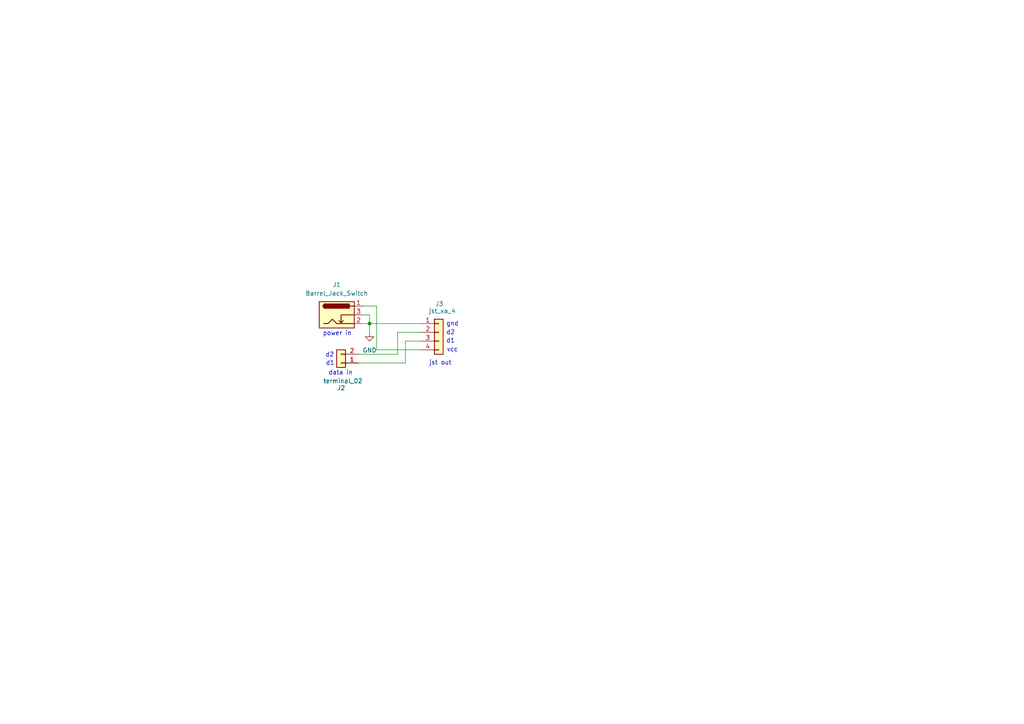
<source format=kicad_sch>
(kicad_sch (version 20230121) (generator eeschema)
  (paper "A4")
  (lib_symbols
    (symbol "Connector:Barrel_Jack_Switch" (pin_names hide)
      (property "Reference" "J" (at 0 5.334 0))
      (property "Value" "Barrel_Jack_Switch" (at 0 -5.08 0))
      (symbol "Barrel_Jack_Switch_0_1"
        (rectangle (start -5.08 3.81) (end 5.08 -3.81) (stroke (width 0.254)) (fill (type background)))
        (arc (start -3.302 3.175) (mid -3.9343 2.54) (end -3.302 1.905) (stroke (width 0.254)))
        (arc (start -3.302 3.175) (mid -3.9343 2.54) (end -3.302 1.905) (stroke (width 0.254)) (fill (type outline)))
        (polyline (pts (xy 1.27 -2.286) (xy 1.905 -1.651)) (stroke (width 0.254)))
        (polyline (pts (xy 5.08 2.54) (xy 3.81 2.54)) (stroke (width 0.254)))
        (polyline (pts (xy 5.08 0) (xy 1.27 0) (xy 1.27 -2.286) (xy 0.635 -1.651)) (stroke (width 0.254)))
        (polyline (pts (xy -3.81 -2.54) (xy -2.54 -2.54) (xy -1.27 -1.27) (xy 0 -2.54) (xy 2.54 -2.54) (xy 5.08 -2.54)) (stroke (width 0.254)))
        (rectangle (start 3.683 3.175) (end -3.302 1.905) (stroke (width 0.254)) (fill (type outline)))
      )
      (symbol "Barrel_Jack_Switch_1_1"
        (pin passive line (at 7.62 2.54 180) (length 2.54) (name "~") (number "1"))
        (pin passive line (at 7.62 -2.54 180) (length 2.54) (name "~") (number "2"))
        (pin passive line (at 7.62 0 180) (length 2.54) (name "~") (number "3"))
      )
    )
    (symbol "Connector_Generic:Conn_01x02" (pin_names (offset 1.016) hide)
      (property "Reference" "J" (at 0 2.54 0))
      (property "Value" "Conn_01x02" (at 0 -5.08 0))
      (symbol "Conn_01x02_1_1"
        (rectangle (start -1.27 -2.413) (end 0 -2.667) (stroke (width 0.1524)))
        (rectangle (start -1.27 0.127) (end 0 -0.127) (stroke (width 0.1524)))
        (rectangle (start -1.27 1.27) (end 1.27 -3.81) (stroke (width 0.254)) (fill (type background)))
        (pin passive line (at -5.08 0 0) (length 3.81) (name "Pin_1") (number "1"))
        (pin passive line (at -5.08 -2.54 0) (length 3.81) (name "Pin_2") (number "2"))
      )
    )
    (symbol "Connector_Generic:Conn_01x04" (pin_names (offset 1.016) hide)
      (property "Reference" "J" (at 0 5.08 0))
      (property "Value" "Conn_01x04" (at 0 -7.62 0))
      (symbol "Conn_01x04_1_1"
        (rectangle (start -1.27 -4.953) (end 0 -5.207) (stroke (width 0.1524)))
        (rectangle (start -1.27 -2.413) (end 0 -2.667) (stroke (width 0.1524)))
        (rectangle (start -1.27 0.127) (end 0 -0.127) (stroke (width 0.1524)))
        (rectangle (start -1.27 2.667) (end 0 2.413) (stroke (width 0.1524)))
        (rectangle (start -1.27 3.81) (end 1.27 -6.35) (stroke (width 0.254)) (fill (type background)))
        (pin passive line (at -5.08 2.54 0) (length 3.81) (name "Pin_1") (number "1"))
        (pin passive line (at -5.08 0 0) (length 3.81) (name "Pin_2") (number "2"))
        (pin passive line (at -5.08 -2.54 0) (length 3.81) (name "Pin_3") (number "3"))
        (pin passive line (at -5.08 -5.08 0) (length 3.81) (name "Pin_4") (number "4"))
      )
    )
    (symbol "power:GND" (power) (pin_names (offset 0))
      (property "Value" "GND" (at 0 -3.81 0))
      (symbol "GND_0_1"
        (polyline (pts (xy 0 0) (xy 0 -1.27) (xy 1.27 -1.27) (xy 0 -2.54) (xy -1.27 -1.27) (xy 0 -1.27)))
      )
      (symbol "GND_1_1"
        (pin power_in line (at 0 0 270) (length 0) hide (name "GND") (number "1"))
      )
    )
  )
  (junction (at 107.188 93.853))
  (wire (pts (xy 107.188 91.313) (xy 107.188 93.853)))
  (wire (pts (xy 107.188 93.853) (xy 122.174 93.853)))
  (wire (pts (xy 105.283 88.773) (xy 109.22 88.773)))
  (wire (pts (xy 109.22 88.773) (xy 109.22 101.473)))
  (wire (pts (xy 109.22 101.473) (xy 122.174 101.473)))
  (wire (pts (xy 115.316 102.743) (xy 115.316 96.393)))
  (wire (pts (xy 105.283 91.313) (xy 107.188 91.313)))
  (wire (pts (xy 104.013 105.283) (xy 117.602 105.283)))
  (wire (pts (xy 107.188 93.853) (xy 107.188 96.393)))
  (wire (pts (xy 115.316 96.393) (xy 122.174 96.393)))
  (wire (pts (xy 117.602 105.283) (xy 117.602 98.933)))
  (wire (pts (xy 117.602 98.933) (xy 122.174 98.933)))
  (wire (pts (xy 105.283 93.853) (xy 107.188 93.853)))
  (wire (pts (xy 104.013 102.743) (xy 115.316 102.743)))
  (text "jst out" (at 124.46 106.045 0) (effects (font (size 1.27 1.27)) (justify left bottom)))
  (text "d2" (at 94.361 103.759 0) (effects (font (size 1.27 1.27)) (justify left bottom)))
  (text "d1" (at 94.488 106.172 0) (effects (font (size 1.27 1.27)) (justify left bottom)))
  (text "vcc" (at 129.54 102.235 0) (effects (font (size 1.27 1.27)) (justify left bottom)))
  (text "data in" (at 95.25 108.966 0) (effects (font (size 1.27 1.27)) (justify left bottom)))
  (text "power in" (at 93.599 97.536 0) (effects (font (size 1.27 1.27)) (justify left bottom)))
  (text "d2" (at 129.413 97.282 0) (effects (font (size 1.27 1.27)) (justify left bottom)))
  (text "gnd" (at 129.413 94.742 0) (effects (font (size 1.27 1.27)) (justify left bottom)))
  (text "d1" (at 129.413 99.695 0) (effects (font (size 1.27 1.27)) (justify left bottom)))
  (symbol (lib_id "Connector_Generic:Conn_01x02") (at 98.933 105.283 180) (unit 1)
    (property "Reference" "J2" (at 98.933 112.522 0))
    (property "Value" "terminal_02" (at 99.441 110.49 0))
    (property "Footprint" "lib_fp:terminal_02" (effects hide))
  )
  (symbol (lib_id "power:GND") (at 107.188 96.393 0) (unit 1)
    (property "Reference" "#PWR01" (effects hide))
    (property "Value" "GND" (at 107.188 101.6 0))
  )
  (symbol (lib_id "Connector_Generic:Conn_01x04") (at 127.254 96.393 0) (unit 1)
    (property "Reference" "J3" (at 126.238 88.138 0) (effects (justify left)))
    (property "Value" "jst_xa_4" (at 124.333 90.17 0) (effects (justify left)))
    (property "Footprint" "Connector_JST:JST_XA_B04B-XASK-1-A_1x04_P2.50mm_Vertical" (effects hide))
  )
  (symbol (lib_id "Connector:Barrel_Jack_Switch") (at 97.663 91.313 0) (unit 1)
    (property "Reference" "J1" (at 97.663 82.55 0))
    (property "Value" "Barrel_Jack_Switch" (at 97.663 85.09 0))
    (property "Footprint" "Connector_BarrelJack:BarrelJack_Horizontal" (effects hide))
  )
)
</source>
